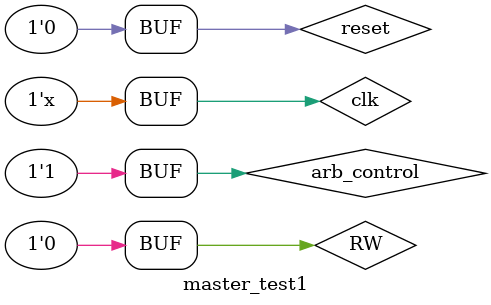
<source format=v>
`timescale 1ns / 1ps


module master_test1;

	// Inputs
	reg clk;
	reg reset;
	reg arb_control;
	reg RW;

	// Outputs
	wire i2c_sda;
	wire i2c_scl;
	wire m1_i2c_sda;
	wire m1_i2c_scl;
	wire [6:0] LED_ADDR;
	//wire [6:0] SEVEN_ADDR;
	//wire [7:0] SEVEN_DATA;
	wire [3:0] anode;
	wire [6:0] cathode;

	// Instantiate the Unit Under Test (UUT)
	master_control22 uut (
		.clk(clk), 
		.reset(reset), 
		.arb_control(arb_control), 
		.RW(RW), 
		.i2c_sda(i2c_sda), 
		.i2c_scl(i2c_scl), 
		.m1_i2c_sda(m1_i2c_sda), 
		.m1_i2c_scl(m1_i2c_scl), 
		.LED_ADDR(LED_ADDR), 
		//.SEVEN_ADDR(SEVEN_ADDR), 
		//.SEVEN_DATA(SEVEN_DATA), 
		.anode(anode), 
		.cathode(cathode)
	);

	initial begin
		// Initialize Inputs
		clk = 0;
		reset = 1;
		arb_control = 0;
		RW = 0;

		// Wait 100 ns for global reset to finish
		#16;
		reset  = 0;
		
		
		#16000
		
		arb_control = 1;
        
		// Add stimulus here

	end
      always #1 clk = !clk ;
endmodule


</source>
